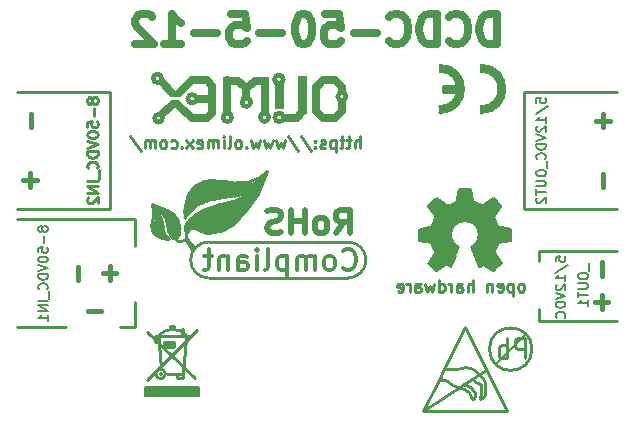
<source format=gbr>
G04 #@! TF.GenerationSoftware,KiCad,Pcbnew,5.1.6-c6e7f7d~87~ubuntu18.04.1*
G04 #@! TF.CreationDate,2022-04-04T15:30:34+03:00*
G04 #@! TF.ProjectId,DCDC-50-5-12_Rev_A,44434443-2d35-4302-9d35-2d31325f5265,A*
G04 #@! TF.SameCoordinates,Original*
G04 #@! TF.FileFunction,Legend,Bot*
G04 #@! TF.FilePolarity,Positive*
%FSLAX46Y46*%
G04 Gerber Fmt 4.6, Leading zero omitted, Abs format (unit mm)*
G04 Created by KiCad (PCBNEW 5.1.6-c6e7f7d~87~ubuntu18.04.1) date 2022-04-04 15:30:34*
%MOMM*%
%LPD*%
G01*
G04 APERTURE LIST*
%ADD10C,0.635000*%
%ADD11C,0.203200*%
%ADD12C,0.381000*%
%ADD13C,0.254000*%
%ADD14C,0.228600*%
%ADD15C,0.200000*%
%ADD16C,0.508000*%
%ADD17C,0.300000*%
%ADD18C,0.420000*%
%ADD19C,0.370000*%
%ADD20C,0.400000*%
%ADD21C,0.380000*%
%ADD22C,0.150000*%
%ADD23C,1.000000*%
%ADD24C,0.700000*%
%ADD25C,0.500000*%
%ADD26C,0.100000*%
%ADD27C,0.127000*%
%ADD28C,0.350000*%
G04 APERTURE END LIST*
D10*
X157480000Y-67189047D02*
X157480000Y-64649047D01*
X156875238Y-64649047D01*
X156512380Y-64770000D01*
X156270476Y-65011904D01*
X156149523Y-65253809D01*
X156028571Y-65737619D01*
X156028571Y-66100476D01*
X156149523Y-66584285D01*
X156270476Y-66826190D01*
X156512380Y-67068095D01*
X156875238Y-67189047D01*
X157480000Y-67189047D01*
X153488571Y-66947142D02*
X153609523Y-67068095D01*
X153972380Y-67189047D01*
X154214285Y-67189047D01*
X154577142Y-67068095D01*
X154819047Y-66826190D01*
X154940000Y-66584285D01*
X155060952Y-66100476D01*
X155060952Y-65737619D01*
X154940000Y-65253809D01*
X154819047Y-65011904D01*
X154577142Y-64770000D01*
X154214285Y-64649047D01*
X153972380Y-64649047D01*
X153609523Y-64770000D01*
X153488571Y-64890952D01*
X152400000Y-67189047D02*
X152400000Y-64649047D01*
X151795238Y-64649047D01*
X151432380Y-64770000D01*
X151190476Y-65011904D01*
X151069523Y-65253809D01*
X150948571Y-65737619D01*
X150948571Y-66100476D01*
X151069523Y-66584285D01*
X151190476Y-66826190D01*
X151432380Y-67068095D01*
X151795238Y-67189047D01*
X152400000Y-67189047D01*
X148408571Y-66947142D02*
X148529523Y-67068095D01*
X148892380Y-67189047D01*
X149134285Y-67189047D01*
X149497142Y-67068095D01*
X149739047Y-66826190D01*
X149860000Y-66584285D01*
X149980952Y-66100476D01*
X149980952Y-65737619D01*
X149860000Y-65253809D01*
X149739047Y-65011904D01*
X149497142Y-64770000D01*
X149134285Y-64649047D01*
X148892380Y-64649047D01*
X148529523Y-64770000D01*
X148408571Y-64890952D01*
X147320000Y-66221428D02*
X145384761Y-66221428D01*
X142965714Y-64649047D02*
X144175238Y-64649047D01*
X144296190Y-65858571D01*
X144175238Y-65737619D01*
X143933333Y-65616666D01*
X143328571Y-65616666D01*
X143086666Y-65737619D01*
X142965714Y-65858571D01*
X142844761Y-66100476D01*
X142844761Y-66705238D01*
X142965714Y-66947142D01*
X143086666Y-67068095D01*
X143328571Y-67189047D01*
X143933333Y-67189047D01*
X144175238Y-67068095D01*
X144296190Y-66947142D01*
X141272380Y-64649047D02*
X141030476Y-64649047D01*
X140788571Y-64770000D01*
X140667619Y-64890952D01*
X140546666Y-65132857D01*
X140425714Y-65616666D01*
X140425714Y-66221428D01*
X140546666Y-66705238D01*
X140667619Y-66947142D01*
X140788571Y-67068095D01*
X141030476Y-67189047D01*
X141272380Y-67189047D01*
X141514285Y-67068095D01*
X141635238Y-66947142D01*
X141756190Y-66705238D01*
X141877142Y-66221428D01*
X141877142Y-65616666D01*
X141756190Y-65132857D01*
X141635238Y-64890952D01*
X141514285Y-64770000D01*
X141272380Y-64649047D01*
X139337142Y-66221428D02*
X137401904Y-66221428D01*
X134982857Y-64649047D02*
X136192380Y-64649047D01*
X136313333Y-65858571D01*
X136192380Y-65737619D01*
X135950476Y-65616666D01*
X135345714Y-65616666D01*
X135103809Y-65737619D01*
X134982857Y-65858571D01*
X134861904Y-66100476D01*
X134861904Y-66705238D01*
X134982857Y-66947142D01*
X135103809Y-67068095D01*
X135345714Y-67189047D01*
X135950476Y-67189047D01*
X136192380Y-67068095D01*
X136313333Y-66947142D01*
X133773333Y-66221428D02*
X131838095Y-66221428D01*
X129298095Y-67189047D02*
X130749523Y-67189047D01*
X130023809Y-67189047D02*
X130023809Y-64649047D01*
X130265714Y-65011904D01*
X130507619Y-65253809D01*
X130749523Y-65374761D01*
X128330476Y-64890952D02*
X128209523Y-64770000D01*
X127967619Y-64649047D01*
X127362857Y-64649047D01*
X127120952Y-64770000D01*
X127000000Y-64890952D01*
X126879047Y-65132857D01*
X126879047Y-65374761D01*
X127000000Y-65737619D01*
X128451428Y-67189047D01*
X126879047Y-67189047D01*
D11*
X165291104Y-85772171D02*
X165291104Y-86391447D01*
X164400895Y-86739790D02*
X164400895Y-86894609D01*
X164439600Y-86972019D01*
X164517009Y-87049428D01*
X164671828Y-87088133D01*
X164942761Y-87088133D01*
X165097580Y-87049428D01*
X165174990Y-86972019D01*
X165213695Y-86894609D01*
X165213695Y-86739790D01*
X165174990Y-86662380D01*
X165097580Y-86584971D01*
X164942761Y-86546266D01*
X164671828Y-86546266D01*
X164517009Y-86584971D01*
X164439600Y-86662380D01*
X164400895Y-86739790D01*
X164400895Y-87436476D02*
X165058876Y-87436476D01*
X165136285Y-87475180D01*
X165174990Y-87513885D01*
X165213695Y-87591295D01*
X165213695Y-87746114D01*
X165174990Y-87823523D01*
X165136285Y-87862228D01*
X165058876Y-87900933D01*
X164400895Y-87900933D01*
X164400895Y-88171866D02*
X164400895Y-88636323D01*
X165213695Y-88404095D02*
X164400895Y-88404095D01*
X165213695Y-89333009D02*
X165213695Y-88868552D01*
X165213695Y-89100780D02*
X164400895Y-89100780D01*
X164517009Y-89023371D01*
X164594419Y-88945961D01*
X164633123Y-88868552D01*
X162495895Y-85589533D02*
X162495895Y-85202485D01*
X162882942Y-85163780D01*
X162844238Y-85202485D01*
X162805533Y-85279895D01*
X162805533Y-85473419D01*
X162844238Y-85550828D01*
X162882942Y-85589533D01*
X162960352Y-85628238D01*
X163153876Y-85628238D01*
X163231285Y-85589533D01*
X163269990Y-85550828D01*
X163308695Y-85473419D01*
X163308695Y-85279895D01*
X163269990Y-85202485D01*
X163231285Y-85163780D01*
X162457190Y-86557152D02*
X163502219Y-85860466D01*
X163308695Y-87253838D02*
X163308695Y-86789380D01*
X163308695Y-87021609D02*
X162495895Y-87021609D01*
X162612009Y-86944200D01*
X162689419Y-86866790D01*
X162728123Y-86789380D01*
X162573304Y-87563476D02*
X162534600Y-87602180D01*
X162495895Y-87679590D01*
X162495895Y-87873114D01*
X162534600Y-87950523D01*
X162573304Y-87989228D01*
X162650714Y-88027933D01*
X162728123Y-88027933D01*
X162844238Y-87989228D01*
X163308695Y-87524771D01*
X163308695Y-88027933D01*
X162495895Y-88260161D02*
X163308695Y-88531095D01*
X162495895Y-88802028D01*
X163308695Y-89072961D02*
X162495895Y-89072961D01*
X162495895Y-89266485D01*
X162534600Y-89382600D01*
X162612009Y-89460009D01*
X162689419Y-89498714D01*
X162844238Y-89537419D01*
X162960352Y-89537419D01*
X163115171Y-89498714D01*
X163192580Y-89460009D01*
X163269990Y-89382600D01*
X163308695Y-89266485D01*
X163308695Y-89072961D01*
X163231285Y-90350219D02*
X163269990Y-90311514D01*
X163308695Y-90195400D01*
X163308695Y-90117990D01*
X163269990Y-90001876D01*
X163192580Y-89924466D01*
X163115171Y-89885761D01*
X162960352Y-89847057D01*
X162844238Y-89847057D01*
X162689419Y-89885761D01*
X162612009Y-89924466D01*
X162534600Y-90001876D01*
X162495895Y-90117990D01*
X162495895Y-90195400D01*
X162534600Y-90311514D01*
X162573304Y-90350219D01*
D12*
X165789428Y-89045142D02*
X166950571Y-89045142D01*
X166370000Y-88464571D02*
X166370000Y-89625714D01*
X166388142Y-86813571D02*
X166388142Y-85652428D01*
D13*
X161036000Y-90678000D02*
X167640000Y-90678000D01*
X161036000Y-89662000D02*
X161036000Y-90678000D01*
X161036000Y-84709000D02*
X161036000Y-85598000D01*
X167640000Y-84709000D02*
X161036000Y-84709000D01*
D11*
X160844895Y-72174704D02*
X160844895Y-71787657D01*
X161231942Y-71748952D01*
X161193238Y-71787657D01*
X161154533Y-71865066D01*
X161154533Y-72058590D01*
X161193238Y-72136000D01*
X161231942Y-72174704D01*
X161309352Y-72213409D01*
X161502876Y-72213409D01*
X161580285Y-72174704D01*
X161618990Y-72136000D01*
X161657695Y-72058590D01*
X161657695Y-71865066D01*
X161618990Y-71787657D01*
X161580285Y-71748952D01*
X160806190Y-73142323D02*
X161851219Y-72445638D01*
X161657695Y-73839009D02*
X161657695Y-73374552D01*
X161657695Y-73606780D02*
X160844895Y-73606780D01*
X160961009Y-73529371D01*
X161038419Y-73451961D01*
X161077123Y-73374552D01*
X160922304Y-74148647D02*
X160883600Y-74187352D01*
X160844895Y-74264761D01*
X160844895Y-74458285D01*
X160883600Y-74535695D01*
X160922304Y-74574400D01*
X160999714Y-74613104D01*
X161077123Y-74613104D01*
X161193238Y-74574400D01*
X161657695Y-74109942D01*
X161657695Y-74613104D01*
X160844895Y-74845333D02*
X161657695Y-75116266D01*
X160844895Y-75387200D01*
X161657695Y-75658133D02*
X160844895Y-75658133D01*
X160844895Y-75851657D01*
X160883600Y-75967771D01*
X160961009Y-76045180D01*
X161038419Y-76083885D01*
X161193238Y-76122590D01*
X161309352Y-76122590D01*
X161464171Y-76083885D01*
X161541580Y-76045180D01*
X161618990Y-75967771D01*
X161657695Y-75851657D01*
X161657695Y-75658133D01*
X161580285Y-76935390D02*
X161618990Y-76896685D01*
X161657695Y-76780571D01*
X161657695Y-76703161D01*
X161618990Y-76587047D01*
X161541580Y-76509638D01*
X161464171Y-76470933D01*
X161309352Y-76432228D01*
X161193238Y-76432228D01*
X161038419Y-76470933D01*
X160961009Y-76509638D01*
X160883600Y-76587047D01*
X160844895Y-76703161D01*
X160844895Y-76780571D01*
X160883600Y-76896685D01*
X160922304Y-76935390D01*
X161735104Y-77090209D02*
X161735104Y-77709485D01*
X160844895Y-78057828D02*
X160844895Y-78212647D01*
X160883600Y-78290057D01*
X160961009Y-78367466D01*
X161115828Y-78406171D01*
X161386761Y-78406171D01*
X161541580Y-78367466D01*
X161618990Y-78290057D01*
X161657695Y-78212647D01*
X161657695Y-78057828D01*
X161618990Y-77980419D01*
X161541580Y-77903009D01*
X161386761Y-77864304D01*
X161115828Y-77864304D01*
X160961009Y-77903009D01*
X160883600Y-77980419D01*
X160844895Y-78057828D01*
X160844895Y-78754514D02*
X161502876Y-78754514D01*
X161580285Y-78793219D01*
X161618990Y-78831923D01*
X161657695Y-78909333D01*
X161657695Y-79064152D01*
X161618990Y-79141561D01*
X161580285Y-79180266D01*
X161502876Y-79218971D01*
X160844895Y-79218971D01*
X160844895Y-79489904D02*
X160844895Y-79954361D01*
X161657695Y-79722133D02*
X160844895Y-79722133D01*
X160922304Y-80186590D02*
X160883600Y-80225295D01*
X160844895Y-80302704D01*
X160844895Y-80496228D01*
X160883600Y-80573638D01*
X160922304Y-80612342D01*
X160999714Y-80651047D01*
X161077123Y-80651047D01*
X161193238Y-80612342D01*
X161657695Y-80147885D01*
X161657695Y-80651047D01*
D13*
X159766000Y-81153000D02*
X167640000Y-81153000D01*
X159766000Y-71247000D02*
X159766000Y-81153000D01*
X167640000Y-71247000D02*
X159766000Y-71247000D01*
D12*
X165916428Y-73678142D02*
X167077571Y-73678142D01*
X166497000Y-73097571D02*
X166497000Y-74258714D01*
X166515142Y-79320571D02*
X166515142Y-78159428D01*
X125294571Y-86595857D02*
X124133428Y-86595857D01*
X124714000Y-87176428D02*
X124714000Y-86015285D01*
X122863428Y-89807142D02*
X124024571Y-89807142D01*
X122028857Y-86033428D02*
X122028857Y-87194571D01*
D13*
X121031000Y-91186000D02*
X116840000Y-91186000D01*
X126873000Y-91186000D02*
X125603000Y-91186000D01*
X126873000Y-89027000D02*
X126873000Y-91186000D01*
X126873000Y-82042000D02*
X126873000Y-84328000D01*
X116840000Y-82042000D02*
X126873000Y-82042000D01*
X124714000Y-81153000D02*
X116840000Y-81153000D01*
X124714000Y-71247000D02*
X124714000Y-81153000D01*
X116840000Y-71247000D02*
X124714000Y-71247000D01*
D11*
X119029238Y-82782228D02*
X118990533Y-82704819D01*
X118951828Y-82666114D01*
X118874419Y-82627409D01*
X118835714Y-82627409D01*
X118758304Y-82666114D01*
X118719600Y-82704819D01*
X118680895Y-82782228D01*
X118680895Y-82937047D01*
X118719600Y-83014457D01*
X118758304Y-83053161D01*
X118835714Y-83091866D01*
X118874419Y-83091866D01*
X118951828Y-83053161D01*
X118990533Y-83014457D01*
X119029238Y-82937047D01*
X119029238Y-82782228D01*
X119067942Y-82704819D01*
X119106647Y-82666114D01*
X119184057Y-82627409D01*
X119338876Y-82627409D01*
X119416285Y-82666114D01*
X119454990Y-82704819D01*
X119493695Y-82782228D01*
X119493695Y-82937047D01*
X119454990Y-83014457D01*
X119416285Y-83053161D01*
X119338876Y-83091866D01*
X119184057Y-83091866D01*
X119106647Y-83053161D01*
X119067942Y-83014457D01*
X119029238Y-82937047D01*
X119184057Y-83440209D02*
X119184057Y-84059485D01*
X118680895Y-84833580D02*
X118680895Y-84446533D01*
X119067942Y-84407828D01*
X119029238Y-84446533D01*
X118990533Y-84523942D01*
X118990533Y-84717466D01*
X119029238Y-84794876D01*
X119067942Y-84833580D01*
X119145352Y-84872285D01*
X119338876Y-84872285D01*
X119416285Y-84833580D01*
X119454990Y-84794876D01*
X119493695Y-84717466D01*
X119493695Y-84523942D01*
X119454990Y-84446533D01*
X119416285Y-84407828D01*
X118680895Y-85375447D02*
X118680895Y-85452857D01*
X118719600Y-85530266D01*
X118758304Y-85568971D01*
X118835714Y-85607676D01*
X118990533Y-85646380D01*
X119184057Y-85646380D01*
X119338876Y-85607676D01*
X119416285Y-85568971D01*
X119454990Y-85530266D01*
X119493695Y-85452857D01*
X119493695Y-85375447D01*
X119454990Y-85298038D01*
X119416285Y-85259333D01*
X119338876Y-85220628D01*
X119184057Y-85181923D01*
X118990533Y-85181923D01*
X118835714Y-85220628D01*
X118758304Y-85259333D01*
X118719600Y-85298038D01*
X118680895Y-85375447D01*
X118680895Y-85878609D02*
X119493695Y-86149542D01*
X118680895Y-86420476D01*
X119493695Y-86691409D02*
X118680895Y-86691409D01*
X118680895Y-86884933D01*
X118719600Y-87001047D01*
X118797009Y-87078457D01*
X118874419Y-87117161D01*
X119029238Y-87155866D01*
X119145352Y-87155866D01*
X119300171Y-87117161D01*
X119377580Y-87078457D01*
X119454990Y-87001047D01*
X119493695Y-86884933D01*
X119493695Y-86691409D01*
X119416285Y-87968666D02*
X119454990Y-87929961D01*
X119493695Y-87813847D01*
X119493695Y-87736438D01*
X119454990Y-87620323D01*
X119377580Y-87542914D01*
X119300171Y-87504209D01*
X119145352Y-87465504D01*
X119029238Y-87465504D01*
X118874419Y-87504209D01*
X118797009Y-87542914D01*
X118719600Y-87620323D01*
X118680895Y-87736438D01*
X118680895Y-87813847D01*
X118719600Y-87929961D01*
X118758304Y-87968666D01*
X119571104Y-88123485D02*
X119571104Y-88742761D01*
X119493695Y-88936285D02*
X118680895Y-88936285D01*
X119493695Y-89323333D02*
X118680895Y-89323333D01*
X119493695Y-89787790D01*
X118680895Y-89787790D01*
X119493695Y-90600590D02*
X119493695Y-90136133D01*
X119493695Y-90368361D02*
X118680895Y-90368361D01*
X118797009Y-90290952D01*
X118874419Y-90213542D01*
X118913123Y-90136133D01*
D12*
X118091857Y-73079428D02*
X118091857Y-74240571D01*
X118563571Y-78721857D02*
X117402428Y-78721857D01*
X117983000Y-79302428D02*
X117983000Y-78141285D01*
D14*
X123208142Y-71889257D02*
X123164600Y-71802171D01*
X123121057Y-71758628D01*
X123033971Y-71715085D01*
X122990428Y-71715085D01*
X122903342Y-71758628D01*
X122859800Y-71802171D01*
X122816257Y-71889257D01*
X122816257Y-72063428D01*
X122859800Y-72150514D01*
X122903342Y-72194057D01*
X122990428Y-72237600D01*
X123033971Y-72237600D01*
X123121057Y-72194057D01*
X123164600Y-72150514D01*
X123208142Y-72063428D01*
X123208142Y-71889257D01*
X123251685Y-71802171D01*
X123295228Y-71758628D01*
X123382314Y-71715085D01*
X123556485Y-71715085D01*
X123643571Y-71758628D01*
X123687114Y-71802171D01*
X123730657Y-71889257D01*
X123730657Y-72063428D01*
X123687114Y-72150514D01*
X123643571Y-72194057D01*
X123556485Y-72237600D01*
X123382314Y-72237600D01*
X123295228Y-72194057D01*
X123251685Y-72150514D01*
X123208142Y-72063428D01*
X123382314Y-72629485D02*
X123382314Y-73326171D01*
X122816257Y-74197028D02*
X122816257Y-73761600D01*
X123251685Y-73718057D01*
X123208142Y-73761600D01*
X123164600Y-73848685D01*
X123164600Y-74066400D01*
X123208142Y-74153485D01*
X123251685Y-74197028D01*
X123338771Y-74240571D01*
X123556485Y-74240571D01*
X123643571Y-74197028D01*
X123687114Y-74153485D01*
X123730657Y-74066400D01*
X123730657Y-73848685D01*
X123687114Y-73761600D01*
X123643571Y-73718057D01*
X122816257Y-74806628D02*
X122816257Y-74893714D01*
X122859800Y-74980800D01*
X122903342Y-75024342D01*
X122990428Y-75067885D01*
X123164600Y-75111428D01*
X123382314Y-75111428D01*
X123556485Y-75067885D01*
X123643571Y-75024342D01*
X123687114Y-74980800D01*
X123730657Y-74893714D01*
X123730657Y-74806628D01*
X123687114Y-74719542D01*
X123643571Y-74676000D01*
X123556485Y-74632457D01*
X123382314Y-74588914D01*
X123164600Y-74588914D01*
X122990428Y-74632457D01*
X122903342Y-74676000D01*
X122859800Y-74719542D01*
X122816257Y-74806628D01*
X122816257Y-75372685D02*
X123730657Y-75677485D01*
X122816257Y-75982285D01*
X123730657Y-76287085D02*
X122816257Y-76287085D01*
X122816257Y-76504800D01*
X122859800Y-76635428D01*
X122946885Y-76722514D01*
X123033971Y-76766057D01*
X123208142Y-76809600D01*
X123338771Y-76809600D01*
X123512942Y-76766057D01*
X123600028Y-76722514D01*
X123687114Y-76635428D01*
X123730657Y-76504800D01*
X123730657Y-76287085D01*
X123643571Y-77724000D02*
X123687114Y-77680457D01*
X123730657Y-77549828D01*
X123730657Y-77462742D01*
X123687114Y-77332114D01*
X123600028Y-77245028D01*
X123512942Y-77201485D01*
X123338771Y-77157942D01*
X123208142Y-77157942D01*
X123033971Y-77201485D01*
X122946885Y-77245028D01*
X122859800Y-77332114D01*
X122816257Y-77462742D01*
X122816257Y-77549828D01*
X122859800Y-77680457D01*
X122903342Y-77724000D01*
X123817742Y-77898171D02*
X123817742Y-78594857D01*
X123730657Y-78812571D02*
X122816257Y-78812571D01*
X123730657Y-79248000D02*
X122816257Y-79248000D01*
X123730657Y-79770514D01*
X122816257Y-79770514D01*
X122903342Y-80162400D02*
X122859800Y-80205942D01*
X122816257Y-80293028D01*
X122816257Y-80510742D01*
X122859800Y-80597828D01*
X122903342Y-80641371D01*
X122990428Y-80684914D01*
X123077514Y-80684914D01*
X123208142Y-80641371D01*
X123730657Y-80118857D01*
X123730657Y-80684914D01*
D13*
X145923000Y-76024619D02*
X145923000Y-75008619D01*
X145487571Y-76024619D02*
X145487571Y-75492428D01*
X145535952Y-75395666D01*
X145632714Y-75347285D01*
X145777857Y-75347285D01*
X145874619Y-75395666D01*
X145923000Y-75444047D01*
X145148904Y-75347285D02*
X144761857Y-75347285D01*
X145003761Y-75008619D02*
X145003761Y-75879476D01*
X144955380Y-75976238D01*
X144858619Y-76024619D01*
X144761857Y-76024619D01*
X144568333Y-75347285D02*
X144181285Y-75347285D01*
X144423190Y-75008619D02*
X144423190Y-75879476D01*
X144374809Y-75976238D01*
X144278047Y-76024619D01*
X144181285Y-76024619D01*
X143842619Y-75347285D02*
X143842619Y-76363285D01*
X143842619Y-75395666D02*
X143745857Y-75347285D01*
X143552333Y-75347285D01*
X143455571Y-75395666D01*
X143407190Y-75444047D01*
X143358809Y-75540809D01*
X143358809Y-75831095D01*
X143407190Y-75927857D01*
X143455571Y-75976238D01*
X143552333Y-76024619D01*
X143745857Y-76024619D01*
X143842619Y-75976238D01*
X142971761Y-75976238D02*
X142875000Y-76024619D01*
X142681476Y-76024619D01*
X142584714Y-75976238D01*
X142536333Y-75879476D01*
X142536333Y-75831095D01*
X142584714Y-75734333D01*
X142681476Y-75685952D01*
X142826619Y-75685952D01*
X142923380Y-75637571D01*
X142971761Y-75540809D01*
X142971761Y-75492428D01*
X142923380Y-75395666D01*
X142826619Y-75347285D01*
X142681476Y-75347285D01*
X142584714Y-75395666D01*
X142100904Y-75927857D02*
X142052523Y-75976238D01*
X142100904Y-76024619D01*
X142149285Y-75976238D01*
X142100904Y-75927857D01*
X142100904Y-76024619D01*
X142100904Y-75395666D02*
X142052523Y-75444047D01*
X142100904Y-75492428D01*
X142149285Y-75444047D01*
X142100904Y-75395666D01*
X142100904Y-75492428D01*
X140891380Y-74960238D02*
X141762238Y-76266523D01*
X139827000Y-74960238D02*
X140697857Y-76266523D01*
X139585095Y-75347285D02*
X139391571Y-76024619D01*
X139198047Y-75540809D01*
X139004523Y-76024619D01*
X138811000Y-75347285D01*
X138520714Y-75347285D02*
X138327190Y-76024619D01*
X138133666Y-75540809D01*
X137940142Y-76024619D01*
X137746619Y-75347285D01*
X137456333Y-75347285D02*
X137262809Y-76024619D01*
X137069285Y-75540809D01*
X136875761Y-76024619D01*
X136682238Y-75347285D01*
X136295190Y-75927857D02*
X136246809Y-75976238D01*
X136295190Y-76024619D01*
X136343571Y-75976238D01*
X136295190Y-75927857D01*
X136295190Y-76024619D01*
X135666238Y-76024619D02*
X135763000Y-75976238D01*
X135811380Y-75927857D01*
X135859761Y-75831095D01*
X135859761Y-75540809D01*
X135811380Y-75444047D01*
X135763000Y-75395666D01*
X135666238Y-75347285D01*
X135521095Y-75347285D01*
X135424333Y-75395666D01*
X135375952Y-75444047D01*
X135327571Y-75540809D01*
X135327571Y-75831095D01*
X135375952Y-75927857D01*
X135424333Y-75976238D01*
X135521095Y-76024619D01*
X135666238Y-76024619D01*
X134747000Y-76024619D02*
X134843761Y-75976238D01*
X134892142Y-75879476D01*
X134892142Y-75008619D01*
X134359952Y-76024619D02*
X134359952Y-75347285D01*
X134359952Y-75008619D02*
X134408333Y-75057000D01*
X134359952Y-75105380D01*
X134311571Y-75057000D01*
X134359952Y-75008619D01*
X134359952Y-75105380D01*
X133876142Y-76024619D02*
X133876142Y-75347285D01*
X133876142Y-75444047D02*
X133827761Y-75395666D01*
X133731000Y-75347285D01*
X133585857Y-75347285D01*
X133489095Y-75395666D01*
X133440714Y-75492428D01*
X133440714Y-76024619D01*
X133440714Y-75492428D02*
X133392333Y-75395666D01*
X133295571Y-75347285D01*
X133150428Y-75347285D01*
X133053666Y-75395666D01*
X133005285Y-75492428D01*
X133005285Y-76024619D01*
X132134428Y-75976238D02*
X132231190Y-76024619D01*
X132424714Y-76024619D01*
X132521476Y-75976238D01*
X132569857Y-75879476D01*
X132569857Y-75492428D01*
X132521476Y-75395666D01*
X132424714Y-75347285D01*
X132231190Y-75347285D01*
X132134428Y-75395666D01*
X132086047Y-75492428D01*
X132086047Y-75589190D01*
X132569857Y-75685952D01*
X131747380Y-76024619D02*
X131215190Y-75347285D01*
X131747380Y-75347285D02*
X131215190Y-76024619D01*
X130828142Y-75927857D02*
X130779761Y-75976238D01*
X130828142Y-76024619D01*
X130876523Y-75976238D01*
X130828142Y-75927857D01*
X130828142Y-76024619D01*
X129908904Y-75976238D02*
X130005666Y-76024619D01*
X130199190Y-76024619D01*
X130295952Y-75976238D01*
X130344333Y-75927857D01*
X130392714Y-75831095D01*
X130392714Y-75540809D01*
X130344333Y-75444047D01*
X130295952Y-75395666D01*
X130199190Y-75347285D01*
X130005666Y-75347285D01*
X129908904Y-75395666D01*
X129328333Y-76024619D02*
X129425095Y-75976238D01*
X129473476Y-75927857D01*
X129521857Y-75831095D01*
X129521857Y-75540809D01*
X129473476Y-75444047D01*
X129425095Y-75395666D01*
X129328333Y-75347285D01*
X129183190Y-75347285D01*
X129086428Y-75395666D01*
X129038047Y-75444047D01*
X128989666Y-75540809D01*
X128989666Y-75831095D01*
X129038047Y-75927857D01*
X129086428Y-75976238D01*
X129183190Y-76024619D01*
X129328333Y-76024619D01*
X128554238Y-76024619D02*
X128554238Y-75347285D01*
X128554238Y-75444047D02*
X128505857Y-75395666D01*
X128409095Y-75347285D01*
X128263952Y-75347285D01*
X128167190Y-75395666D01*
X128118809Y-75492428D01*
X128118809Y-76024619D01*
X128118809Y-75492428D02*
X128070428Y-75395666D01*
X127973666Y-75347285D01*
X127828523Y-75347285D01*
X127731761Y-75395666D01*
X127683380Y-75492428D01*
X127683380Y-76024619D01*
X126473857Y-74960238D02*
X127344714Y-76266523D01*
X160476037Y-93024960D02*
G75*
G03*
X160476037Y-93024960I-1802237J0D01*
G01*
D15*
X157513020Y-94188280D02*
X159946340Y-91767660D01*
D13*
X129540000Y-83566000D02*
X129032000Y-83566000D01*
X129413000Y-83439000D02*
X128778000Y-83439000D01*
X129286000Y-83312000D02*
X128651000Y-83312000D01*
X129286000Y-83185000D02*
X128524000Y-83185000D01*
X129235200Y-83058000D02*
X128397000Y-83058000D01*
X129159000Y-82931000D02*
X128397000Y-82931000D01*
X129159000Y-82804000D02*
X128397000Y-82804000D01*
X129159000Y-82677000D02*
X128397000Y-82677000D01*
X129159000Y-82550000D02*
X128397000Y-82550000D01*
X129159000Y-82423000D02*
X128397000Y-82423000D01*
X129159000Y-82296000D02*
X128397000Y-82296000D01*
X129159000Y-82169000D02*
X128524000Y-82169000D01*
X129032000Y-82042000D02*
X128524000Y-82042000D01*
X129032000Y-81915000D02*
X128524000Y-81915000D01*
X128651000Y-81407000D02*
X128651000Y-81915000D01*
X128778000Y-81407000D02*
X128778000Y-81915000D01*
X128905000Y-81026000D02*
X128397000Y-81026000D01*
X129032000Y-81153000D02*
X128397000Y-81153000D01*
X129286000Y-81280000D02*
X128524000Y-81280000D01*
X128778000Y-81407000D02*
X129667000Y-81407000D01*
X128651000Y-81407000D02*
X128778000Y-81407000D01*
X128524000Y-81407000D02*
X128651000Y-81407000D01*
X129286000Y-81534000D02*
X129794000Y-81534000D01*
X129413000Y-81661000D02*
X130048000Y-81661000D01*
X129413000Y-81788000D02*
X130175000Y-81788000D01*
X129540000Y-81915000D02*
X130302000Y-81915000D01*
X129540000Y-82042000D02*
X130429000Y-82042000D01*
X129667000Y-82169000D02*
X130429000Y-82169000D01*
X129667000Y-82296000D02*
X130429000Y-82296000D01*
X129667000Y-82423000D02*
X130556000Y-82423000D01*
X129667000Y-82550000D02*
X130556000Y-82550000D01*
X130429000Y-83312000D02*
X129921000Y-83312000D01*
X130429000Y-83185000D02*
X129794000Y-83185000D01*
X130556000Y-83058000D02*
X129794000Y-83058000D01*
X130556000Y-82931000D02*
X129794000Y-82931000D01*
X130429000Y-82804000D02*
X129794000Y-82804000D01*
X129921000Y-82677000D02*
X129921000Y-83185000D01*
X129667000Y-82677000D02*
X130175000Y-83566000D01*
X129921000Y-82677000D02*
X129667000Y-82677000D01*
X130302000Y-82677000D02*
X129921000Y-82677000D01*
X130429000Y-83312000D02*
X130429000Y-83439000D01*
X130429000Y-83185000D02*
X130429000Y-83312000D01*
X130429000Y-82804000D02*
X130429000Y-83185000D01*
X130429000Y-82677000D02*
X130429000Y-82804000D01*
X130302000Y-82677000D02*
X130302000Y-83312000D01*
X130429000Y-82677000D02*
X130302000Y-82677000D01*
X130556000Y-82677000D02*
X130429000Y-82677000D01*
X130556000Y-82931000D02*
X130556000Y-82677000D01*
X130556000Y-82953860D02*
X130556000Y-82931000D01*
X129616200Y-82499200D02*
X129616200Y-82491580D01*
X129999740Y-83568540D02*
X130027680Y-83596480D01*
D16*
X133350000Y-82169000D02*
X134620000Y-81915000D01*
X132969000Y-82296000D02*
X133350000Y-82169000D01*
X132842000Y-82169000D02*
X132969000Y-82296000D01*
X132842000Y-82042000D02*
X132842000Y-82169000D01*
X133350000Y-81788000D02*
X132842000Y-82042000D01*
X133604000Y-81788000D02*
X133350000Y-81788000D01*
X134620000Y-81534000D02*
X133604000Y-81788000D01*
X135128000Y-81534000D02*
X134620000Y-81534000D01*
X135255000Y-81661000D02*
X135128000Y-81534000D01*
X135128000Y-81788000D02*
X135255000Y-81661000D01*
X134493000Y-82296000D02*
X135128000Y-81788000D01*
X133985000Y-82423000D02*
X134493000Y-82296000D01*
X133604000Y-82550000D02*
X133985000Y-82423000D01*
X132969000Y-82550000D02*
X133604000Y-82550000D01*
X132588000Y-82423000D02*
X132969000Y-82550000D01*
X132334000Y-82423000D02*
X132588000Y-82423000D01*
X132207000Y-82169000D02*
X132334000Y-82423000D01*
X132334000Y-82042000D02*
X132207000Y-82169000D01*
X132969000Y-81534000D02*
X132334000Y-82042000D01*
X133985000Y-81280000D02*
X132969000Y-81534000D01*
X135128000Y-81153000D02*
X133985000Y-81280000D01*
X135255000Y-81153000D02*
X135128000Y-81153000D01*
X135382000Y-81280000D02*
X135255000Y-81153000D01*
X136144000Y-80645000D02*
X135382000Y-81280000D01*
X135509000Y-80645000D02*
X136271000Y-80264000D01*
X134772400Y-80899000D02*
X135509000Y-80645000D01*
X134162800Y-80899000D02*
X134772400Y-80899000D01*
X132765800Y-81381600D02*
X134162800Y-80899000D01*
X132080000Y-81788000D02*
X132765800Y-81381600D01*
X131572000Y-82296000D02*
X132080000Y-81788000D01*
X131318000Y-82804000D02*
X131572000Y-82296000D01*
X131572000Y-82550000D02*
X131318000Y-82804000D01*
X131953000Y-82423000D02*
X131572000Y-82550000D01*
X132715000Y-82931000D02*
X131953000Y-82423000D01*
X133604000Y-82931000D02*
X132715000Y-82931000D01*
X134493000Y-82677000D02*
X133604000Y-82931000D01*
X135001000Y-82296000D02*
X134493000Y-82677000D01*
X135890000Y-81407000D02*
X135001000Y-82296000D01*
X136144000Y-81026000D02*
X135890000Y-81407000D01*
X136525000Y-80518000D02*
X136144000Y-81026000D01*
X136654540Y-80010000D02*
X137033000Y-79123540D01*
X136654540Y-80391000D02*
X136654540Y-80010000D01*
X137033000Y-79883000D02*
X136654540Y-80391000D01*
X137160000Y-79375000D02*
X137033000Y-79883000D01*
X137668000Y-78486000D02*
X137160000Y-79375000D01*
X132080000Y-80010000D02*
X133731000Y-80010000D01*
X132207000Y-79629000D02*
X137160000Y-79552800D01*
X132207000Y-79883000D02*
X132207000Y-79629000D01*
X132207000Y-79375000D02*
X132207000Y-79629000D01*
X136779000Y-79375000D02*
X132207000Y-79375000D01*
X136271000Y-79502000D02*
X136779000Y-79375000D01*
X135001000Y-79883000D02*
X136271000Y-79502000D01*
X133858000Y-80010000D02*
X135001000Y-79883000D01*
X133731000Y-80010000D02*
X133858000Y-80010000D01*
X133223000Y-80010000D02*
X133731000Y-80010000D01*
X132588000Y-80391000D02*
X133223000Y-80010000D01*
X132207000Y-79883000D02*
X131826000Y-80391000D01*
X132461000Y-80391000D02*
X132207000Y-79883000D01*
X131826000Y-80772000D02*
X132461000Y-80391000D01*
X131318000Y-81407000D02*
X131826000Y-80772000D01*
X131445000Y-80391000D02*
X131318000Y-81407000D01*
X131699000Y-79883000D02*
X131445000Y-80391000D01*
X132207000Y-79375000D02*
X131699000Y-79883000D01*
X132842000Y-78994000D02*
X132207000Y-79375000D01*
X134493000Y-78994000D02*
X132842000Y-78994000D01*
X135509000Y-79123540D02*
X134493000Y-78994000D01*
X136654540Y-79123540D02*
X135509000Y-79123540D01*
D13*
X137668000Y-78486000D02*
X136654540Y-79123540D01*
X129209800Y-82501740D02*
X129235200Y-82892900D01*
X130289300Y-83693000D02*
X130302000Y-83693000D01*
X129387600Y-83693000D02*
X129743200Y-83693000D01*
X128584960Y-83372960D02*
X128607820Y-83395820D01*
X128270000Y-80772000D02*
X128404620Y-81310480D01*
X129286000Y-81153000D02*
X128270000Y-80772000D01*
X129707640Y-81333340D02*
X129286000Y-81153000D01*
X130482340Y-82072480D02*
X130429000Y-81978500D01*
X130302000Y-83693000D02*
X130599180Y-83273900D01*
X130436620Y-83827620D02*
X130302000Y-83693000D01*
X131191000Y-83693000D02*
X131086860Y-83799680D01*
X131953000Y-84455000D02*
X131462780Y-83964780D01*
X131191000Y-83357720D02*
X131191000Y-83312000D01*
X131826000Y-84582000D02*
X131318000Y-83820000D01*
X135267700Y-80043020D02*
X136654540Y-79629000D01*
X133400800Y-80332580D02*
X133918960Y-80258920D01*
X132125720Y-80840580D02*
X132133340Y-80835500D01*
X131066540Y-81915000D02*
X131069080Y-81912460D01*
X131480560Y-82059780D02*
X131310380Y-82247740D01*
X134345680Y-80728820D02*
X134035800Y-80789780D01*
X136654540Y-79629000D02*
X136372600Y-79976980D01*
X131826000Y-84455000D02*
X131640580Y-84269580D01*
X131168140Y-83139280D02*
X131191000Y-83185000D01*
X131066540Y-81534000D02*
X131066540Y-81915000D01*
X131272280Y-80256380D02*
X131124960Y-80855820D01*
X135470900Y-78935580D02*
X133322060Y-78740000D01*
X138049000Y-77978000D02*
X137187940Y-78597760D01*
X133294120Y-83185000D02*
X132778500Y-83185000D01*
X135199120Y-82481420D02*
X135163560Y-82516980D01*
X138049000Y-77978000D02*
X137182860Y-80093820D01*
X131467860Y-82910680D02*
X131191000Y-83185000D01*
X132240020Y-82964020D02*
X132186680Y-82910680D01*
X144907000Y-86995000D02*
X133096000Y-86995000D01*
X133096000Y-83947000D02*
X144907000Y-83947000D01*
X130555556Y-82955371D02*
G75*
G02*
X130302000Y-83566000I-865696J1511D01*
G01*
X129109020Y-81460180D02*
G75*
G02*
X129616200Y-82491580I-991420J-1127920D01*
G01*
X130026340Y-83596046D02*
G75*
G02*
X129616200Y-82499200I1118940J1043506D01*
G01*
X130303788Y-83694791D02*
G75*
G02*
X129999740Y-83568540I752J431051D01*
G01*
X129737340Y-83688613D02*
G75*
G02*
X129235200Y-82892900I709440J1003993D01*
G01*
X128855795Y-81554066D02*
G75*
G02*
X129209800Y-82544920I-1408755J-1061974D01*
G01*
X129388927Y-83694303D02*
G75*
G02*
X129189480Y-83670140I-1327J824263D01*
G01*
X129187497Y-83669453D02*
G75*
G02*
X128607820Y-83395820I205183J1185493D01*
G01*
X128583946Y-83373974D02*
G75*
G02*
X128270000Y-82616040I757934J757934D01*
G01*
X128270283Y-82616487D02*
G75*
G02*
X128341120Y-82247740I992857J447D01*
G01*
X128405148Y-81313136D02*
G75*
G02*
X128341120Y-82247740I-1478808J-368184D01*
G01*
X129707000Y-81334511D02*
G75*
G02*
X130429000Y-81978500I-601340J-1400909D01*
G01*
X130482794Y-82074321D02*
G75*
G02*
X130683000Y-82829400I-1323794J-755079D01*
G01*
X130684874Y-82829901D02*
G75*
G02*
X130599180Y-83273900I-1195674J501D01*
G01*
X130728720Y-83948612D02*
G75*
G02*
X130436620Y-83827620I0J413092D01*
G01*
X131086134Y-83798954D02*
G75*
G02*
X130728720Y-83947000I-357414J357414D01*
G01*
X131459258Y-83964710D02*
G75*
G02*
X131191000Y-83312000I653762J650170D01*
G01*
X131696978Y-84582280D02*
G75*
G02*
X131191000Y-83357720I1228842J1224560D01*
G01*
X135261379Y-80043186D02*
G75*
G02*
X133918960Y-80258920I-1812319J6992786D01*
G01*
X132137130Y-80832934D02*
G75*
G02*
X133400800Y-80332580I2134890J-3545866D01*
G01*
X131070641Y-81910765D02*
G75*
G02*
X132125720Y-80840580I3831299J-2722035D01*
G01*
X131190155Y-83185069D02*
G75*
G02*
X131310380Y-82247740I762845J378529D01*
G01*
X131481473Y-82059156D02*
G75*
G02*
X134035800Y-80789780I3654147J-4148444D01*
G01*
X136372541Y-79978778D02*
G75*
G02*
X134345680Y-80728820I-2631381J3997218D01*
G01*
X131638549Y-84270559D02*
G75*
G02*
X131191000Y-83185000I1086611J1083019D01*
G01*
X131064760Y-81533243D02*
G75*
G02*
X131124960Y-80855820I3049780J70363D01*
G01*
X131271736Y-80252585D02*
G75*
G02*
X133322060Y-78740000I2144304J-760715D01*
G01*
X137185952Y-78595522D02*
G75*
G02*
X135470900Y-78935580I-1268012J1900222D01*
G01*
X135159933Y-82519013D02*
G75*
G02*
X133294120Y-83185000I-1738813J1924813D01*
G01*
X137180464Y-80099447D02*
G75*
G02*
X135199120Y-82481420I-8344044J4925607D01*
G01*
X131467860Y-82908140D02*
G75*
G02*
X132186680Y-82910680I358140J-360680D01*
G01*
X132778500Y-83187066D02*
G75*
G02*
X132240020Y-82964020I0J761526D01*
G01*
X133096000Y-86995000D02*
G75*
G02*
X131572000Y-85471000I0J1524000D01*
G01*
X146431000Y-85471000D02*
G75*
G02*
X144907000Y-86995000I-1524000J0D01*
G01*
X144907000Y-83947000D02*
G75*
G02*
X146431000Y-85471000I0J-1524000D01*
G01*
X131572000Y-85471000D02*
G75*
G02*
X133096000Y-83947000I1524000J0D01*
G01*
X156182000Y-68993000D02*
X156182000Y-69493000D01*
X156182000Y-72493000D02*
X156182000Y-72993000D01*
X152682000Y-72493000D02*
X152682000Y-72993000D01*
X152682000Y-68993000D02*
X152682000Y-69493000D01*
X154182000Y-70743000D02*
X152932000Y-70743000D01*
X152932000Y-70743000D02*
X152932000Y-71243000D01*
X152932000Y-71243000D02*
X154182000Y-71243000D01*
X152932000Y-70993000D02*
X154182000Y-70993000D01*
X152682000Y-72993000D02*
G75*
G03*
X152682000Y-68993000I0J2000000D01*
G01*
D17*
X152731980Y-72743000D02*
G75*
G03*
X152732000Y-69243000I-49980J1750000D01*
G01*
D13*
X152682000Y-72493000D02*
G75*
G03*
X152682000Y-69493000I0J1500000D01*
G01*
D17*
X156231980Y-72743000D02*
G75*
G03*
X156232000Y-69243000I-49980J1750000D01*
G01*
D13*
X156182000Y-72993000D02*
G75*
G03*
X156182000Y-68993000I0J2000000D01*
G01*
X156182000Y-72493000D02*
G75*
G03*
X156182000Y-69493000I0J1500000D01*
G01*
D18*
X156039820Y-85900260D02*
X155488640Y-84477860D01*
D19*
X156385260Y-85714840D02*
X156067760Y-85920580D01*
D20*
X157175200Y-86263480D02*
X156395420Y-85732620D01*
D21*
X157751780Y-85725000D02*
X157187900Y-86263480D01*
D19*
X157736540Y-85725000D02*
X157203140Y-84891880D01*
X157561280Y-83964780D02*
X157203140Y-84848700D01*
X158539180Y-83723480D02*
X157589220Y-83941920D01*
D21*
X158529020Y-82946240D02*
X158534100Y-83733640D01*
D19*
X158541720Y-82933540D02*
X157523180Y-82753200D01*
X157492700Y-82717640D02*
X157144720Y-81851500D01*
X157721300Y-80949800D02*
X157165040Y-81800700D01*
D21*
X157731460Y-80926940D02*
X157231080Y-80393540D01*
D19*
X157182820Y-80368140D02*
X156354780Y-81020920D01*
X156293820Y-81010760D02*
X155448000Y-80604360D01*
X155188920Y-79570580D02*
X155394660Y-80584040D01*
X155196540Y-79557880D02*
X154411680Y-79557880D01*
X154429460Y-79578200D02*
X154216100Y-80596740D01*
X154216100Y-80596740D02*
X153314400Y-81046320D01*
X153301700Y-81041240D02*
X152397460Y-80406800D01*
X152397460Y-80408780D02*
X151843740Y-80954880D01*
X151843740Y-80957420D02*
X152460960Y-81747360D01*
X152460960Y-81747360D02*
X152120600Y-82684620D01*
X152120600Y-82684620D02*
X151038560Y-82913220D01*
X151038560Y-82913220D02*
X151038560Y-83748880D01*
X151038560Y-83748880D02*
X152052020Y-83919060D01*
X152052020Y-83919060D02*
X152458420Y-84830920D01*
X152407620Y-86278720D02*
X153243280Y-85712300D01*
X153243280Y-85712300D02*
X153581100Y-85897720D01*
X153581100Y-85897720D02*
X154155140Y-84457540D01*
X152458420Y-84830920D02*
X151838660Y-85717380D01*
X152392380Y-86271100D02*
X151838660Y-85725000D01*
D22*
X155958540Y-86080600D02*
X155308300Y-84411820D01*
X156342080Y-85877400D02*
X155996640Y-86098380D01*
X156354780Y-85867240D02*
X157180280Y-86431120D01*
X157187900Y-86438740D02*
X157909260Y-85745320D01*
X157916880Y-85742780D02*
X157319980Y-84879180D01*
X158678880Y-83835240D02*
X157607000Y-84030820D01*
X158678880Y-82842100D02*
X158678880Y-83827620D01*
X158681420Y-82839560D02*
X157510480Y-82636360D01*
X157612080Y-82641440D02*
X157276800Y-81808320D01*
X157873700Y-80957420D02*
X157279340Y-81810860D01*
X157894020Y-80921860D02*
X157220920Y-80208120D01*
X157208220Y-80205580D02*
X156237940Y-80921860D01*
X156273500Y-80853280D02*
X155369260Y-80474820D01*
X155285440Y-79458820D02*
X155486100Y-80484980D01*
X155275280Y-79451200D02*
X154310080Y-79451200D01*
X154310080Y-79451200D02*
X154084020Y-80622140D01*
X154094180Y-80540860D02*
X153289000Y-80878680D01*
X153408380Y-80926940D02*
X152397460Y-80253840D01*
X152392380Y-80251300D02*
X151698960Y-80942180D01*
X151693880Y-80949800D02*
X152397460Y-81940400D01*
X152308560Y-81831180D02*
X151942800Y-82699860D01*
X151005540Y-83601560D02*
X152112980Y-83825080D01*
X150921720Y-82859880D02*
X150924260Y-83817460D01*
X152059640Y-84048600D02*
X150936960Y-83837780D01*
X151955500Y-84015580D02*
X152336500Y-84996020D01*
X151988520Y-85651340D02*
X152473660Y-86182200D01*
X152384760Y-86426040D02*
X151701500Y-85735160D01*
X153271220Y-85811360D02*
X152394920Y-86431120D01*
X152407620Y-86116160D02*
X153228040Y-85587840D01*
X153090880Y-85783420D02*
X153619200Y-86111080D01*
X153619200Y-86111080D02*
X154005280Y-85130640D01*
X154010360Y-84432140D02*
X153482040Y-85813900D01*
X158386780Y-83030060D02*
X158386780Y-83680300D01*
X158529020Y-83085940D02*
X157413960Y-82839560D01*
X156999940Y-81818480D02*
X157386020Y-82816700D01*
X156994860Y-81823560D02*
X157596840Y-80914240D01*
X157238700Y-80469740D02*
X156354780Y-81191100D01*
X153967180Y-84490560D02*
X153789380Y-84368640D01*
X153789380Y-84368640D02*
X153413460Y-83657440D01*
X153413460Y-83657440D02*
X153413460Y-83139280D01*
X153408380Y-83151980D02*
X153642060Y-82478880D01*
X153642060Y-82478880D02*
X154152600Y-82049620D01*
X154152600Y-82049620D02*
X154967940Y-81889600D01*
X154967940Y-81881980D02*
X155839160Y-82311240D01*
X155839160Y-82311240D02*
X156258260Y-83042760D01*
X156263340Y-83047840D02*
X156131260Y-83870800D01*
X156126180Y-83901280D02*
X156032200Y-84071460D01*
X156126180Y-83901280D02*
X156032200Y-84071460D01*
X155902660Y-84122260D02*
X155643580Y-84460080D01*
X155534360Y-84236560D02*
X155308300Y-84411820D01*
X154033220Y-84239100D02*
X154287220Y-84404200D01*
X154170380Y-84693760D02*
X154292300Y-84409280D01*
X156349700Y-81188560D02*
X155366720Y-80695800D01*
X156019500Y-84101940D02*
X155712160Y-84368640D01*
D23*
X157035500Y-85531960D02*
X156182060Y-84510880D01*
X158071820Y-83327240D02*
X156654500Y-83266280D01*
X157086300Y-81041240D02*
X156024580Y-82148680D01*
X154825700Y-80065880D02*
X154820620Y-81579720D01*
X152560020Y-81122520D02*
X153672540Y-82189320D01*
X151569420Y-83306920D02*
X153037540Y-83393280D01*
X156359860Y-85359240D02*
X155994100Y-84597240D01*
X157025340Y-84460080D02*
X156461460Y-83980020D01*
X157274260Y-83814920D02*
X156568140Y-83687920D01*
X156949140Y-82570320D02*
X156507180Y-82730340D01*
X156773880Y-82090260D02*
X156316680Y-82379820D01*
X155775660Y-81313020D02*
X155600400Y-81671160D01*
X155341320Y-81053940D02*
X155173680Y-81663540D01*
X154076400Y-81069180D02*
X154297380Y-81754980D01*
X153489660Y-81320640D02*
X153908760Y-81907380D01*
X152620980Y-82189320D02*
X153276300Y-82555080D01*
X152379680Y-82882740D02*
X153101040Y-83030060D01*
X153215340Y-84040980D02*
X152605740Y-84147660D01*
X153535380Y-84460080D02*
X152918160Y-84787740D01*
X153649680Y-84597240D02*
X152468580Y-85610700D01*
X153649680Y-84505800D02*
X153316940Y-85237320D01*
D19*
X155714700Y-82433160D02*
G75*
G02*
X155638500Y-84287360I-965200J-889000D01*
G01*
X153763980Y-82605880D02*
G75*
G02*
X155689300Y-82407760I1061720J-863600D01*
G01*
X154144980Y-84455000D02*
G75*
G02*
X153774140Y-82590640I746760J1117600D01*
G01*
D20*
X144723747Y-71628000D02*
G75*
G03*
X144723747Y-71628000I-337447J0D01*
G01*
D24*
X144399000Y-70853300D02*
X143891000Y-70345300D01*
X142798800Y-70269100D02*
X142163800Y-70878700D01*
X142189200Y-72834500D02*
X142748000Y-73418700D01*
X140563600Y-73431400D02*
X141020800Y-72974200D01*
X139577800Y-73431400D02*
X140563600Y-73431400D01*
D20*
X139431324Y-73406000D02*
G75*
G03*
X139431324Y-73406000I-366324J0D01*
G01*
D24*
X139065000Y-70713600D02*
X139065000Y-72313800D01*
D20*
X139425818Y-70180200D02*
G75*
G03*
X139425818Y-70180200I-373518J0D01*
G01*
X138192759Y-73380600D02*
G75*
G03*
X138192759Y-73380600I-359659J0D01*
G01*
D24*
X137845800Y-72872600D02*
X137845800Y-70281800D01*
X137845800Y-70281800D02*
X137007600Y-70281800D01*
X137007600Y-70281800D02*
X136398000Y-70789800D01*
X136296400Y-71577200D02*
X136296400Y-70866000D01*
X136220200Y-70789800D02*
X135585200Y-70281800D01*
D20*
X136667318Y-72110600D02*
G75*
G03*
X136667318Y-72110600I-370918J0D01*
G01*
D24*
X135585200Y-70281800D02*
X134696200Y-70281800D01*
D20*
X135046729Y-73393300D02*
G75*
G03*
X135046729Y-73393300I-363229J0D01*
G01*
X129183666Y-73482200D02*
G75*
G03*
X129183666Y-73482200I-329466J0D01*
G01*
D24*
X129184400Y-73126600D02*
X130022600Y-72313800D01*
D25*
X130530600Y-72212200D02*
X129997200Y-72212200D01*
D24*
X131673600Y-73431400D02*
X130530600Y-72313800D01*
X132994400Y-73431400D02*
X131673600Y-73431400D01*
X133426200Y-72999600D02*
X132994400Y-73431400D01*
X133426200Y-70764400D02*
X133426200Y-72999600D01*
X133426200Y-70739000D02*
X132943600Y-70231000D01*
X132895500Y-70256400D02*
X131673600Y-70256400D01*
X131673600Y-70256400D02*
X130581400Y-71323200D01*
D25*
X130556000Y-71437500D02*
X129997200Y-71437500D01*
D24*
X129133600Y-70446900D02*
X129997200Y-71340600D01*
D20*
X129124735Y-70091300D02*
G75*
G03*
X129124735Y-70091300I-359435J0D01*
G01*
D24*
X132207000Y-71831200D02*
X133426200Y-71831200D01*
D20*
X132058659Y-71831200D02*
G75*
G03*
X132058659Y-71831200I-359659J0D01*
G01*
D24*
X143827500Y-73444100D02*
X142786100Y-73444100D01*
X144386300Y-72885300D02*
X144386300Y-72123300D01*
X144399000Y-72872600D02*
X143814800Y-73444100D01*
X144399000Y-70904100D02*
X144399000Y-71145400D01*
X142176500Y-70866000D02*
X142176500Y-72796400D01*
X142798800Y-70256400D02*
X143802100Y-70256400D01*
X134683500Y-70269100D02*
X134683500Y-72872600D01*
X141020800Y-72986900D02*
X141020800Y-70256400D01*
D26*
X141020800Y-69913500D02*
X141300200Y-69913500D01*
X141325600Y-69913500D02*
X141325600Y-73063100D01*
X141312900Y-69913500D02*
X141325600Y-69913500D01*
X141300200Y-69913500D02*
X141312900Y-69913500D01*
X141185900Y-70002400D02*
X141249400Y-69989700D01*
X140703300Y-69913500D02*
X140703300Y-72948800D01*
X141008100Y-69913500D02*
X140703300Y-69913500D01*
X140881100Y-69989700D02*
X140766800Y-69989700D01*
X139382500Y-70599300D02*
X139382500Y-72618600D01*
X138747500Y-72618600D02*
X138747500Y-70599300D01*
X138772900Y-72618600D02*
X138747500Y-72618600D01*
X139382500Y-72618600D02*
X138772900Y-72618600D01*
X139242800Y-72555100D02*
X139306300Y-72555100D01*
X138899900Y-72555100D02*
X138811000Y-72555100D01*
X138163300Y-72961500D02*
X138163300Y-69977000D01*
X136918700Y-69964300D02*
X136334500Y-70446900D01*
X138163300Y-69964300D02*
X136918700Y-69964300D01*
X138010900Y-70027800D02*
X138087100Y-70027800D01*
X134353300Y-72986900D02*
X134353300Y-69977000D01*
X135674100Y-69964300D02*
X136296400Y-70459600D01*
X135648700Y-69964300D02*
X135674100Y-69964300D01*
X134353300Y-69964300D02*
X135648700Y-69964300D01*
X134353300Y-69977000D02*
X134353300Y-69964300D01*
X134505700Y-70040500D02*
X134404100Y-70040500D01*
X131559300Y-69926200D02*
X130302000Y-71170800D01*
X131610100Y-69926200D02*
X131559300Y-69926200D01*
X132981700Y-69926200D02*
X131610100Y-69926200D01*
D27*
X129159000Y-95123000D02*
G75*
G03*
X129159000Y-95123000I-127000J0D01*
G01*
D13*
X130175000Y-91059000D02*
X130175000Y-91186000D01*
X130175000Y-91186000D02*
X129794000Y-91186000D01*
X129794000Y-91186000D02*
X129794000Y-91059000D01*
X129794000Y-91059000D02*
X130175000Y-91059000D01*
X130048000Y-92583000D02*
X129413000Y-92583000D01*
X130175000Y-92456000D02*
X129286000Y-92456000D01*
X129286000Y-92456000D02*
X129286000Y-92837000D01*
X129286000Y-92837000D02*
X130175000Y-92837000D01*
X130175000Y-92837000D02*
X130175000Y-92456000D01*
X128778000Y-92456000D02*
X128778000Y-92075000D01*
X128778000Y-92075000D02*
X128651000Y-92075000D01*
X128651000Y-92075000D02*
X128651000Y-92456000D01*
X128778000Y-92075000D02*
X128778000Y-92202000D01*
X128778000Y-91948000D02*
X128651000Y-92329000D01*
X128778000Y-92075000D02*
X128778000Y-92202000D01*
X128905000Y-91948000D02*
X128905000Y-92456000D01*
X128905000Y-92456000D02*
X128524000Y-92456000D01*
X128524000Y-92456000D02*
X128524000Y-91948000D01*
X130937000Y-91821000D02*
X130937000Y-91313000D01*
X130937000Y-91313000D02*
X130810000Y-91313000D01*
X130810000Y-91313000D02*
X130810000Y-91821000D01*
X129433609Y-95123000D02*
G75*
G03*
X129433609Y-95123000I-401609J0D01*
G01*
X129032000Y-94615000D02*
X128905000Y-92583000D01*
X130937000Y-95123000D02*
X130937000Y-95504000D01*
X130937000Y-95504000D02*
X130429000Y-95504000D01*
X130429000Y-95504000D02*
X130429000Y-95250000D01*
X131445000Y-91948000D02*
X128524000Y-91948000D01*
X130937000Y-95123000D02*
X131191000Y-92075000D01*
X130937000Y-95123000D02*
X129540000Y-95123000D01*
X131953000Y-95504000D02*
X127889000Y-91567000D01*
X132080000Y-91440000D02*
X127889000Y-95631000D01*
D22*
X132235200Y-96876400D02*
X127815600Y-96876400D01*
X127815600Y-96774800D02*
X132184400Y-96774800D01*
X132235200Y-96571600D02*
X127764800Y-96571600D01*
X132235200Y-96419200D02*
X127815600Y-96419200D01*
X127764800Y-96673200D02*
X132184400Y-96673200D01*
X127764800Y-96520800D02*
X132184400Y-96520800D01*
X132235200Y-96368400D02*
X127764800Y-96368400D01*
X127764800Y-96266800D02*
X132184400Y-96266800D01*
X127714000Y-96978000D02*
X132286000Y-96978000D01*
X132286000Y-96978000D02*
X132286000Y-96216000D01*
X132286000Y-96216000D02*
X127714000Y-96216000D01*
X127714000Y-96216000D02*
X127714000Y-96978000D01*
D13*
X128905000Y-91821000D02*
G75*
G02*
X131191000Y-91821000I1143000J-1143000D01*
G01*
X156146500Y-97028000D02*
X156210000Y-97028000D01*
X156146500Y-97028000D02*
X156146500Y-96012000D01*
X156083000Y-97218500D02*
X156083000Y-97091500D01*
X156527500Y-95821500D02*
X156527500Y-96901000D01*
X155575000Y-97218500D02*
X155422600Y-97218500D01*
X152590500Y-95631000D02*
X152908000Y-95631000D01*
X154216100Y-94742000D02*
X153035000Y-94742000D01*
X156591000Y-94805500D02*
X151257000Y-98298000D01*
X153035000Y-94742000D02*
X154813000Y-91186000D01*
X152590500Y-95631000D02*
X153035000Y-94742000D01*
X151257000Y-98298000D02*
X152590500Y-95631000D01*
X158369000Y-98298000D02*
X151257000Y-98298000D01*
X154813000Y-91186000D02*
X158369000Y-98298000D01*
X154432721Y-94678678D02*
G75*
G02*
X156019500Y-95186500I466639J-1274902D01*
G01*
X154431915Y-94680114D02*
G75*
G02*
X154216100Y-94742000I-182795J230214D01*
G01*
X152907301Y-95631474D02*
G75*
G02*
X153416000Y-95821500I64199J-604046D01*
G01*
X154238461Y-96267576D02*
G75*
G02*
X153416000Y-95821500I147819J1253796D01*
G01*
X154750708Y-96013166D02*
G75*
G02*
X155702000Y-96774000I-285688J-1332334D01*
G01*
X154812915Y-96457965D02*
G75*
G02*
X155384500Y-97218500I-284395J-808795D01*
G01*
X154373275Y-96330493D02*
G75*
G02*
X154813000Y-96456500I-825195J-3709947D01*
G01*
X155701967Y-97091600D02*
G75*
G02*
X155575000Y-97218500I-190467J63600D01*
G01*
X155701068Y-96774674D02*
G75*
G02*
X155702000Y-97091500I-316568J-159346D01*
G01*
X156144935Y-96013845D02*
G75*
G02*
X155448000Y-95567500I153965J1007685D01*
G01*
X156335549Y-95504142D02*
G75*
G02*
X156019500Y-95186500I478971J792622D01*
G01*
X156338048Y-95505575D02*
G75*
G02*
X156527500Y-95821500I-168688J-315925D01*
G01*
X156527500Y-96901000D02*
G75*
G02*
X156146500Y-97282000I-381000J0D01*
G01*
X156144071Y-97284545D02*
G75*
G02*
X156083000Y-97218500I2429J63505D01*
G01*
X156083000Y-97091500D02*
G75*
G02*
X156146500Y-97028000I63500J0D01*
G01*
X156210000Y-97028000D02*
G75*
G02*
X156337000Y-97155000I0J-127000D01*
G01*
X159862068Y-93814327D02*
X159862068Y-92114327D01*
X159290640Y-92114327D01*
X159147782Y-92195280D01*
X159076354Y-92276232D01*
X159004925Y-92438137D01*
X159004925Y-92680994D01*
X159076354Y-92842899D01*
X159147782Y-92923851D01*
X159290640Y-93004803D01*
X159862068Y-93004803D01*
X158362068Y-93814327D02*
X158362068Y-92114327D01*
X158362068Y-92761946D02*
X158219211Y-92680994D01*
X157933497Y-92680994D01*
X157790640Y-92761946D01*
X157719211Y-92842899D01*
X157647782Y-93004803D01*
X157647782Y-93490518D01*
X157719211Y-93652422D01*
X157790640Y-93733375D01*
X157933497Y-93814327D01*
X158219211Y-93814327D01*
X158362068Y-93733375D01*
D28*
X144464193Y-86156800D02*
X144548860Y-86241466D01*
X144802860Y-86326133D01*
X144972193Y-86326133D01*
X145226193Y-86241466D01*
X145395526Y-86072133D01*
X145480193Y-85902800D01*
X145564860Y-85564133D01*
X145564860Y-85310133D01*
X145480193Y-84971466D01*
X145395526Y-84802133D01*
X145226193Y-84632800D01*
X144972193Y-84548133D01*
X144802860Y-84548133D01*
X144548860Y-84632800D01*
X144464193Y-84717466D01*
X143448193Y-86326133D02*
X143617526Y-86241466D01*
X143702193Y-86156800D01*
X143786860Y-85987466D01*
X143786860Y-85479466D01*
X143702193Y-85310133D01*
X143617526Y-85225466D01*
X143448193Y-85140800D01*
X143194193Y-85140800D01*
X143024860Y-85225466D01*
X142940193Y-85310133D01*
X142855526Y-85479466D01*
X142855526Y-85987466D01*
X142940193Y-86156800D01*
X143024860Y-86241466D01*
X143194193Y-86326133D01*
X143448193Y-86326133D01*
X142093526Y-86326133D02*
X142093526Y-85140800D01*
X142093526Y-85310133D02*
X142008860Y-85225466D01*
X141839526Y-85140800D01*
X141585526Y-85140800D01*
X141416193Y-85225466D01*
X141331526Y-85394800D01*
X141331526Y-86326133D01*
X141331526Y-85394800D02*
X141246860Y-85225466D01*
X141077526Y-85140800D01*
X140823526Y-85140800D01*
X140654193Y-85225466D01*
X140569526Y-85394800D01*
X140569526Y-86326133D01*
X139722860Y-85140800D02*
X139722860Y-86918800D01*
X139722860Y-85225466D02*
X139553526Y-85140800D01*
X139214860Y-85140800D01*
X139045526Y-85225466D01*
X138960860Y-85310133D01*
X138876193Y-85479466D01*
X138876193Y-85987466D01*
X138960860Y-86156800D01*
X139045526Y-86241466D01*
X139214860Y-86326133D01*
X139553526Y-86326133D01*
X139722860Y-86241466D01*
X137860193Y-86326133D02*
X138029526Y-86241466D01*
X138114193Y-86072133D01*
X138114193Y-84548133D01*
X137182860Y-86326133D02*
X137182860Y-85140800D01*
X137182860Y-84548133D02*
X137267526Y-84632800D01*
X137182860Y-84717466D01*
X137098193Y-84632800D01*
X137182860Y-84548133D01*
X137182860Y-84717466D01*
X135574193Y-86326133D02*
X135574193Y-85394800D01*
X135658860Y-85225466D01*
X135828193Y-85140800D01*
X136166860Y-85140800D01*
X136336193Y-85225466D01*
X135574193Y-86241466D02*
X135743526Y-86326133D01*
X136166860Y-86326133D01*
X136336193Y-86241466D01*
X136420860Y-86072133D01*
X136420860Y-85902800D01*
X136336193Y-85733466D01*
X136166860Y-85648800D01*
X135743526Y-85648800D01*
X135574193Y-85564133D01*
X134727526Y-85140800D02*
X134727526Y-86326133D01*
X134727526Y-85310133D02*
X134642860Y-85225466D01*
X134473526Y-85140800D01*
X134219526Y-85140800D01*
X134050193Y-85225466D01*
X133965526Y-85394800D01*
X133965526Y-86326133D01*
X133372860Y-85140800D02*
X132695526Y-85140800D01*
X133118860Y-84548133D02*
X133118860Y-86072133D01*
X133034193Y-86241466D01*
X132864860Y-86326133D01*
X132695526Y-86326133D01*
D25*
X143885634Y-83221081D02*
X144552300Y-82268700D01*
X145028491Y-83221081D02*
X145028491Y-81221081D01*
X144266586Y-81221081D01*
X144076110Y-81316320D01*
X143980872Y-81411558D01*
X143885634Y-81602034D01*
X143885634Y-81887748D01*
X143980872Y-82078224D01*
X144076110Y-82173462D01*
X144266586Y-82268700D01*
X145028491Y-82268700D01*
X142742777Y-83221081D02*
X142933253Y-83125843D01*
X143028491Y-83030605D01*
X143123729Y-82840129D01*
X143123729Y-82268700D01*
X143028491Y-82078224D01*
X142933253Y-81982986D01*
X142742777Y-81887748D01*
X142457062Y-81887748D01*
X142266586Y-81982986D01*
X142171348Y-82078224D01*
X142076110Y-82268700D01*
X142076110Y-82840129D01*
X142171348Y-83030605D01*
X142266586Y-83125843D01*
X142457062Y-83221081D01*
X142742777Y-83221081D01*
X141218967Y-83221081D02*
X141218967Y-81221081D01*
X141218967Y-82173462D02*
X140076110Y-82173462D01*
X140076110Y-83221081D02*
X140076110Y-81221081D01*
X139218967Y-83125843D02*
X138933253Y-83221081D01*
X138457062Y-83221081D01*
X138266586Y-83125843D01*
X138171348Y-83030605D01*
X138076110Y-82840129D01*
X138076110Y-82649653D01*
X138171348Y-82459177D01*
X138266586Y-82363939D01*
X138457062Y-82268700D01*
X138838015Y-82173462D01*
X139028491Y-82078224D01*
X139123729Y-81982986D01*
X139218967Y-81792510D01*
X139218967Y-81602034D01*
X139123729Y-81411558D01*
X139028491Y-81316320D01*
X138838015Y-81221081D01*
X138361824Y-81221081D01*
X138076110Y-81316320D01*
D13*
X155494082Y-88165819D02*
X155494082Y-87149819D01*
X155058654Y-88165819D02*
X155058654Y-87633628D01*
X155107035Y-87536866D01*
X155203797Y-87488485D01*
X155348940Y-87488485D01*
X155445701Y-87536866D01*
X155494082Y-87585247D01*
X154139416Y-88165819D02*
X154139416Y-87633628D01*
X154187797Y-87536866D01*
X154284559Y-87488485D01*
X154478082Y-87488485D01*
X154574844Y-87536866D01*
X154139416Y-88117438D02*
X154236178Y-88165819D01*
X154478082Y-88165819D01*
X154574844Y-88117438D01*
X154623225Y-88020676D01*
X154623225Y-87923914D01*
X154574844Y-87827152D01*
X154478082Y-87778771D01*
X154236178Y-87778771D01*
X154139416Y-87730390D01*
X153655606Y-88165819D02*
X153655606Y-87488485D01*
X153655606Y-87682009D02*
X153607225Y-87585247D01*
X153558844Y-87536866D01*
X153462082Y-87488485D01*
X153365320Y-87488485D01*
X152591225Y-88165819D02*
X152591225Y-87149819D01*
X152591225Y-88117438D02*
X152687987Y-88165819D01*
X152881511Y-88165819D01*
X152978273Y-88117438D01*
X153026654Y-88069057D01*
X153075035Y-87972295D01*
X153075035Y-87682009D01*
X153026654Y-87585247D01*
X152978273Y-87536866D01*
X152881511Y-87488485D01*
X152687987Y-87488485D01*
X152591225Y-87536866D01*
X152204178Y-87488485D02*
X152010654Y-88165819D01*
X151817130Y-87682009D01*
X151623606Y-88165819D01*
X151430082Y-87488485D01*
X150607606Y-88165819D02*
X150607606Y-87633628D01*
X150655987Y-87536866D01*
X150752749Y-87488485D01*
X150946273Y-87488485D01*
X151043035Y-87536866D01*
X150607606Y-88117438D02*
X150704368Y-88165819D01*
X150946273Y-88165819D01*
X151043035Y-88117438D01*
X151091416Y-88020676D01*
X151091416Y-87923914D01*
X151043035Y-87827152D01*
X150946273Y-87778771D01*
X150704368Y-87778771D01*
X150607606Y-87730390D01*
X150123797Y-88165819D02*
X150123797Y-87488485D01*
X150123797Y-87682009D02*
X150075416Y-87585247D01*
X150027035Y-87536866D01*
X149930273Y-87488485D01*
X149833511Y-87488485D01*
X149107797Y-88117438D02*
X149204559Y-88165819D01*
X149398082Y-88165819D01*
X149494844Y-88117438D01*
X149543225Y-88020676D01*
X149543225Y-87633628D01*
X149494844Y-87536866D01*
X149398082Y-87488485D01*
X149204559Y-87488485D01*
X149107797Y-87536866D01*
X149059416Y-87633628D01*
X149059416Y-87730390D01*
X149543225Y-87827152D01*
X159641298Y-88153119D02*
X159738060Y-88104738D01*
X159786440Y-88056357D01*
X159834821Y-87959595D01*
X159834821Y-87669309D01*
X159786440Y-87572547D01*
X159738060Y-87524166D01*
X159641298Y-87475785D01*
X159496155Y-87475785D01*
X159399393Y-87524166D01*
X159351012Y-87572547D01*
X159302631Y-87669309D01*
X159302631Y-87959595D01*
X159351012Y-88056357D01*
X159399393Y-88104738D01*
X159496155Y-88153119D01*
X159641298Y-88153119D01*
X158867202Y-87475785D02*
X158867202Y-88491785D01*
X158867202Y-87524166D02*
X158770440Y-87475785D01*
X158576917Y-87475785D01*
X158480155Y-87524166D01*
X158431774Y-87572547D01*
X158383393Y-87669309D01*
X158383393Y-87959595D01*
X158431774Y-88056357D01*
X158480155Y-88104738D01*
X158576917Y-88153119D01*
X158770440Y-88153119D01*
X158867202Y-88104738D01*
X157560917Y-88104738D02*
X157657679Y-88153119D01*
X157851202Y-88153119D01*
X157947964Y-88104738D01*
X157996345Y-88007976D01*
X157996345Y-87620928D01*
X157947964Y-87524166D01*
X157851202Y-87475785D01*
X157657679Y-87475785D01*
X157560917Y-87524166D01*
X157512536Y-87620928D01*
X157512536Y-87717690D01*
X157996345Y-87814452D01*
X157077107Y-87475785D02*
X157077107Y-88153119D01*
X157077107Y-87572547D02*
X157028726Y-87524166D01*
X156931964Y-87475785D01*
X156786821Y-87475785D01*
X156690060Y-87524166D01*
X156641679Y-87620928D01*
X156641679Y-88153119D01*
M02*

</source>
